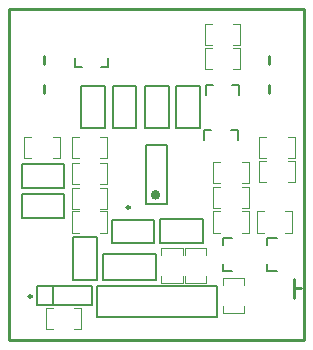
<source format=gbo>
G04*
G04 #@! TF.GenerationSoftware,Altium Limited,CircuitStudio,1.5.2 (1.5.2.30)*
G04*
G04 Layer_Color=13948096*
%FSLAX44Y44*%
%MOMM*%
G71*
G01*
G75*
%ADD10C,0.2540*%
%ADD52C,0.2500*%
%ADD53C,0.4000*%
%ADD54C,0.2000*%
%ADD55C,0.1000*%
%ADD56C,0.2032*%
%ADD57C,0.1778*%
D10*
X356500Y474900D02*
Y481900D01*
Y499900D02*
Y506900D01*
X546500Y499900D02*
Y506900D01*
Y474900D02*
Y481900D01*
X326500Y265900D02*
X576500D01*
Y545900D01*
X326500D02*
X576500D01*
X326500Y265900D02*
Y545900D01*
D52*
X428750Y378350D02*
G03*
X428750Y378350I-1250J0D01*
G01*
X345750Y302900D02*
G03*
X345750Y302900I-1250J0D01*
G01*
X568000Y301900D02*
Y317900D01*
Y309900D02*
X573500D01*
D53*
X452500Y388900D02*
G03*
X452500Y388900I-2000J0D01*
G01*
D54*
X434320Y445434D02*
Y481434D01*
X414320D02*
X434320D01*
X414320Y445434D02*
Y481434D01*
Y445434D02*
X434320D01*
X380340Y352934D02*
X400660D01*
X380340Y316866D02*
X400660D01*
X380340D02*
Y352934D01*
X400660Y316866D02*
Y352934D01*
X337216Y394740D02*
Y415060D01*
X373284Y394740D02*
Y415060D01*
X337216Y394740D02*
X373284D01*
X337216Y415060D02*
X373284D01*
X337216Y369490D02*
Y389810D01*
X373284Y369490D02*
Y389810D01*
X337216Y369490D02*
X373284D01*
X337216Y389810D02*
X373284D01*
X441300Y481434D02*
X461620D01*
X441300Y445366D02*
X461620D01*
X441300D02*
Y481434D01*
X461620Y445366D02*
Y481434D01*
X387680D02*
X408000D01*
X387680Y445366D02*
X408000D01*
X387680D02*
Y481434D01*
X408000Y445366D02*
Y481434D01*
X468280D02*
X488600D01*
X468280Y445366D02*
X488600D01*
X468280D02*
Y481434D01*
X488600Y445366D02*
Y481434D01*
X490534Y347740D02*
Y368060D01*
X454466Y347740D02*
Y368060D01*
X490534D01*
X454466Y347740D02*
X490534D01*
X442500Y380900D02*
Y430900D01*
X460500Y380900D02*
Y430900D01*
X442500Y380900D02*
X460500D01*
X442500Y430900D02*
X460500D01*
X405750Y338900D02*
X451250D01*
Y316650D02*
Y338900D01*
X405750Y316650D02*
X451250D01*
X405750D02*
Y338900D01*
X413500Y347900D02*
Y367900D01*
X449500D01*
Y347900D02*
Y367900D01*
X413500Y347900D02*
X449500D01*
X363500Y295900D02*
Y311900D01*
X381300D02*
X396500D01*
Y295900D02*
Y311900D01*
X381300Y295900D02*
X396500D01*
X350500D02*
Y311900D01*
X365700D01*
X350500Y295900D02*
X365700D01*
X381300D01*
X365700Y311900D02*
X381300D01*
D55*
X562500Y417400D02*
X568500D01*
Y399400D02*
Y417400D01*
X562500Y399400D02*
X568500D01*
X538500Y417400D02*
X544500D01*
X538500Y399400D02*
Y417400D01*
Y399400D02*
X544500D01*
X403500Y437900D02*
X409500D01*
Y419900D02*
Y437900D01*
X403500Y419900D02*
X409500D01*
X379500Y437900D02*
X385500D01*
X379500Y419900D02*
Y437900D01*
Y419900D02*
X385500D01*
X562500Y437900D02*
X568500D01*
Y419900D02*
Y437900D01*
X562500Y419900D02*
X568500D01*
X538500Y437900D02*
X544500D01*
X538500Y419900D02*
Y437900D01*
Y419900D02*
X544500D01*
X499500Y377900D02*
X505500D01*
X499500D02*
Y395900D01*
X505500D01*
X523500Y377900D02*
X529500D01*
Y395900D01*
X523500D02*
X529500D01*
X339500Y419900D02*
X345500D01*
X339500D02*
Y437900D01*
X345500D01*
X363500Y419900D02*
X369500D01*
Y437900D01*
X363500D02*
X369500D01*
X473500Y313900D02*
Y319900D01*
X455500Y313900D02*
X473500D01*
X455500D02*
Y319900D01*
X473500Y337900D02*
Y343900D01*
X455500D02*
X473500D01*
X455500Y337900D02*
Y343900D01*
X560500Y374900D02*
X566500D01*
Y356900D02*
Y374900D01*
X560500Y356900D02*
X566500D01*
X536500Y374900D02*
X542500D01*
X536500Y356900D02*
Y374900D01*
Y356900D02*
X542500D01*
X499500D02*
X505500D01*
X499500D02*
Y374900D01*
X505500D01*
X523500Y356900D02*
X529500D01*
Y374900D01*
X523500D02*
X529500D01*
X493500Y313900D02*
Y319900D01*
X475500Y313900D02*
X493500D01*
X475500D02*
Y319900D01*
X493500Y337900D02*
Y343900D01*
X475500D02*
X493500D01*
X475500Y337900D02*
Y343900D01*
X492210Y495457D02*
X498210D01*
X492210D02*
Y513457D01*
X498210D01*
X516210Y495457D02*
X522210D01*
Y513457D01*
X516210D02*
X522210D01*
X379500Y397900D02*
X385500D01*
X379500D02*
Y415900D01*
X385500D01*
X403500Y397900D02*
X409500D01*
Y415900D01*
X403500D02*
X409500D01*
X507500Y312900D02*
Y318900D01*
X525500D01*
Y312900D02*
Y318900D01*
X507500Y288900D02*
Y294900D01*
Y288900D02*
X525500D01*
Y294900D01*
X379500Y376900D02*
X385500D01*
X379500D02*
Y394900D01*
X385500D01*
X403500Y376900D02*
X409500D01*
Y394900D01*
X403500D02*
X409500D01*
X403500Y374900D02*
X409500D01*
Y356900D02*
Y374900D01*
X403500Y356900D02*
X409500D01*
X379500Y374900D02*
X385500D01*
X379500Y356900D02*
Y374900D01*
Y356900D02*
X385500D01*
X492210Y515707D02*
X498210D01*
X492210D02*
Y533707D01*
X498210D01*
X516210Y515707D02*
X522210D01*
Y533707D01*
X516210D02*
X522210D01*
X523500Y416900D02*
X529500D01*
Y398900D02*
Y416900D01*
X523500Y398900D02*
X529500D01*
X499500Y416900D02*
X505500D01*
X499500Y398900D02*
Y416900D01*
Y398900D02*
X505500D01*
X357500Y275400D02*
X363500D01*
X357500D02*
Y293400D01*
X363500D01*
X381500Y275400D02*
X387500D01*
Y293400D01*
X381500D02*
X387500D01*
D56*
X493062Y473562D02*
Y481674D01*
X499158D01*
X521286Y473562D02*
Y481674D01*
X515286D02*
X521286D01*
X544976Y324252D02*
X553088D01*
X544976D02*
Y330348D01*
Y352476D02*
X553088D01*
X544976Y346476D02*
Y352476D01*
X507476Y324252D02*
X515588D01*
X507476D02*
Y330348D01*
Y352476D02*
X515588D01*
X507476Y346476D02*
Y352476D01*
X491852Y435312D02*
Y443424D01*
X497948D01*
X520076Y435312D02*
Y443424D01*
X514076D02*
X520076D01*
X410648Y496876D02*
Y504988D01*
X404552Y496876D02*
X410648D01*
X382424D02*
Y504988D01*
Y496876D02*
X388424D01*
D57*
X400700Y285900D02*
Y311400D01*
X502600D01*
X400700Y285900D02*
X502600D01*
Y311400D01*
M02*

</source>
